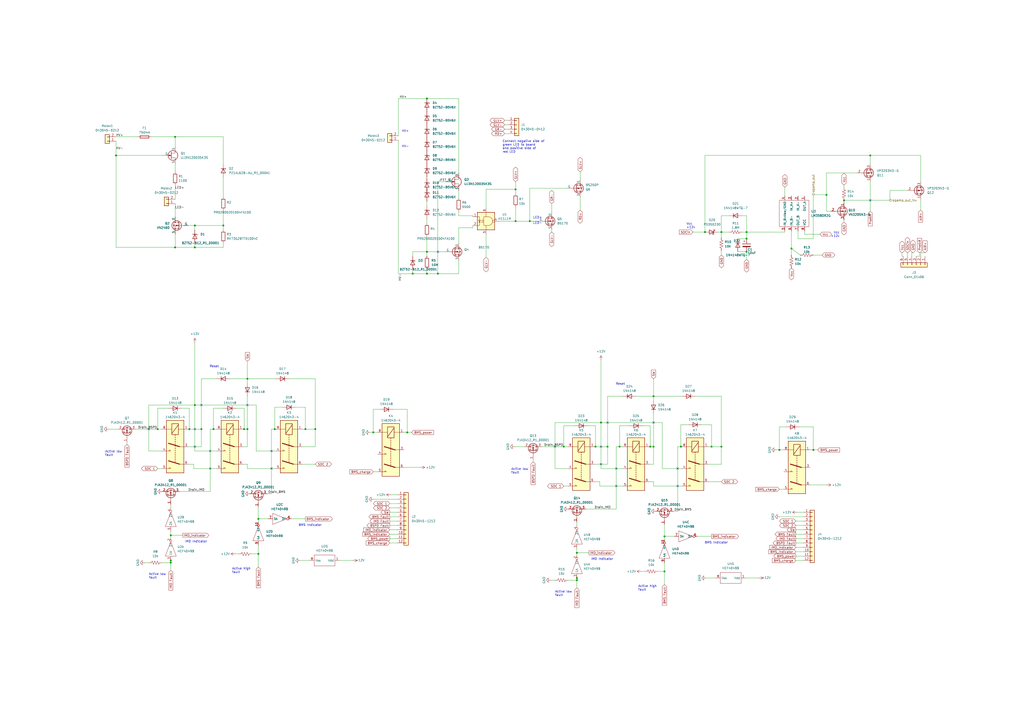
<source format=kicad_sch>
(kicad_sch (version 20231120) (generator "eeschema") (generator_version "8.0")
  (paper "A2")
  (junction (at 504.825 90.17))
  (junction (at 327.025 259.08))
  (junction (at 239.395 158.75))
  (junction (at 149.86 321.31))
  (junction (at 101.6 143.51))
  (junction (at 101.6 79.375))
  (junction (at 254 158.75))
  (junction (at 116.84 248.92))
  (junction (at 412.75 259.08))
  (junction (at 177.165 248.92))
  (junction (at 433.07 146.05))
  (junction (at 216.535 250.825))
  (junction (at 408.94 134.62))
  (junction (at 149.86 300.99))
  (junction (at 385.445 311.15))
  (junction (at 418.465 259.08))
  (junction (at 379.095 259.08))
  (junction (at 67.31 90.17))
  (junction (at 418.465 134.62))
  (junction (at 247.65 158.75))
  (junction (at 299.085 128.27))
  (junction (at 91.44 248.92))
  (junction (at 479.425 113.03))
  (junction (at 143.51 248.92))
  (junction (at 334.645 335.28))
  (junction (at 236.22 250.825))
  (junction (at 334.645 336.55))
  (junction (at 385.445 331.47))
  (junction (at 113.03 234.95))
  (junction (at 433.07 138.43))
  (junction (at 345.44 259.08))
  (junction (at 307.34 128.27))
  (junction (at 143.51 219.71))
  (junction (at 141.605 248.92))
  (junction (at 247.65 57.15))
  (junction (at 433.07 134.62))
  (junction (at 247.65 146.05))
  (junction (at 113.03 143.51))
  (junction (at 459.105 144.145))
  (junction (at 334.645 320.675))
  (junction (at 129.54 130.81))
  (junction (at 123.825 248.92))
  (junction (at 299.085 109.855))
  (junction (at 377.19 259.08))
  (junction (at 394.97 259.08))
  (junction (at 159.385 248.92))
  (junction (at 99.06 326.39))
  (junction (at 471.805 260.985))
  (junction (at 352.425 259.08))
  (junction (at 109.855 248.92))
  (junction (at 379.095 229.87))
  (junction (at 99.06 325.12))
  (junction (at 182.88 248.92))
  (junction (at 452.12 260.985))
  (junction (at 348.615 245.11))
  (junction (at 113.03 130.81))
  (junction (at 99.06 310.515))
  (junction (at 489.585 116.205))
  (junction (at 359.41 259.08))
  (no_connect (at 321.945 259.08))
  (no_connect (at 348.615 269.24))
  (no_connect (at 352.425 245.11))
  (no_connect (at 121.92 271.78))
  (no_connect (at 86.36 248.92))
  (no_connect (at 157.48 261.62))
  (no_connect (at 254 146.05))
  (no_connect (at 348.615 259.08))
  (no_connect (at 357.505 271.78))
  (no_connect (at 379.095 245.11))
  (no_connect (at 116.84 234.95))
  (no_connect (at 113.03 248.92))
  (no_connect (at 504.825 116.205))
  (no_connect (at 157.48 271.78))
  (no_connect (at 143.51 234.95))
  (no_connect (at 121.92 261.62))
  (no_connect (at 393.065 281.94))
  (no_connect (at 113.03 259.08))
  (no_connect (at 393.065 271.78))
  (no_connect (at 357.505 281.94))
  (wire (pts (xy 452.12 247.65) (xy 455.93 247.65)))
  (wire (pts (xy 379.095 229.87) (xy 379.095 232.41)))
  (wire (pts (xy 410.845 279.4) (xy 418.465 279.4)))
  (wire (pts (xy 394.97 246.38) (xy 394.97 259.08)))
  (wire (pts (xy 376.555 269.24) (xy 379.095 269.24)))
  (wire (pts (xy 159.385 236.22) (xy 159.385 248.92)))
  (wire (pts (xy 459.105 144.145) (xy 459.105 147.955)))
  (wire (pts (xy 226.06 314.96) (xy 230.505 314.96)))
  (wire (pts (xy 227.965 237.49) (xy 236.22 237.49)))
  (wire (pts (xy 333.375 247.015) (xy 327.025 247.015)))
  (wire (pts (xy 123.825 236.855) (xy 123.825 248.92)))
  (wire (pts (xy 101.6 143.51) (xy 113.03 143.51)))
  (wire (pts (xy 461.645 302.26) (xy 466.09 302.26)))
  (wire (pts (xy 157.48 248.92) (xy 159.385 248.92)))
  (wire (pts (xy 157.48 248.92) (xy 157.48 286.385)))
  (wire (pts (xy 418.465 125.095) (xy 418.465 134.62)))
  (wire (pts (xy 466.725 133.985) (xy 466.725 135.89)))
  (wire (pts (xy 334.645 302.895) (xy 334.645 304.8)))
  (wire (pts (xy 348.615 245.11) (xy 348.615 271.78)))
  (wire (pts (xy 121.92 285.115) (xy 104.14 285.115)))
  (wire (pts (xy 298.45 259.08) (xy 304.165 259.08)))
  (wire (pts (xy 327.025 281.94) (xy 329.565 281.94)))
  (wire (pts (xy 523.24 148.59) (xy 523.875 148.59)))
  (wire (pts (xy 254 158.75) (xy 266.065 158.75)))
  (wire (pts (xy 91.44 248.92) (xy 93.98 248.92)))
  (wire (pts (xy 149.86 300.99) (xy 155.575 300.99)))
  (wire (pts (xy 422.91 125.095) (xy 418.465 125.095)))
  (wire (pts (xy 274.32 130.81) (xy 274.32 132.08)))
  (wire (pts (xy 101.6 135.89) (xy 101.6 143.51)))
  (wire (pts (xy 226.695 287.02) (xy 230.505 287.02)))
  (wire (pts (xy 348.615 245.11) (xy 321.945 245.11)))
  (wire (pts (xy 266.065 125.095) (xy 266.065 122.555)))
  (wire (pts (xy 403.225 229.87) (xy 418.465 229.87)))
  (wire (pts (xy 239.395 146.05) (xy 247.65 146.05)))
  (wire (pts (xy 314.325 259.08) (xy 327.025 259.08)))
  (wire (pts (xy 226.06 307.34) (xy 230.505 307.34)))
  (wire (pts (xy 274.32 125.095) (xy 266.065 125.095)))
  (wire (pts (xy 239.395 158.75) (xy 247.65 158.75)))
  (wire (pts (xy 140.97 269.24) (xy 143.51 269.24)))
  (wire (pts (xy 116.84 219.71) (xy 116.84 248.92)))
  (wire (pts (xy 99.06 310.515) (xy 106.045 310.515)))
  (wire (pts (xy 489.585 116.205) (xy 516.255 116.205)))
  (wire (pts (xy 427.99 146.05) (xy 433.07 146.05)))
  (wire (pts (xy 177.165 248.92) (xy 175.26 248.92)))
  (wire (pts (xy 67.31 90.17) (xy 93.98 90.17)))
  (wire (pts (xy 461.645 307.34) (xy 466.09 307.34)))
  (wire (pts (xy 129.54 130.81) (xy 129.54 121.92)))
  (wire (pts (xy 461.645 317.5) (xy 466.09 317.5)))
  (wire (pts (xy 67.31 143.51) (xy 67.31 90.17)))
  (wire (pts (xy 231.14 57.15) (xy 231.14 78.74)))
  (wire (pts (xy 379.095 229.87) (xy 368.935 229.87)))
  (wire (pts (xy 471.805 113.03) (xy 479.425 113.03)))
  (wire (pts (xy 149.86 316.23) (xy 149.86 321.31)))
  (wire (pts (xy 452.12 260.985) (xy 454.66 260.985)))
  (wire (pts (xy 113.03 234.95) (xy 86.36 234.95)))
  (wire (pts (xy 385.445 304.165) (xy 385.445 311.15)))
  (wire (pts (xy 347.98 281.94) (xy 361.315 281.94)))
  (wire (pts (xy 461.645 320.04) (xy 466.09 320.04)))
  (wire (pts (xy 247.65 116.84) (xy 247.65 119.38)))
  (wire (pts (xy 340.995 247.015) (xy 345.44 247.015)))
  (wire (pts (xy 504.825 90.17) (xy 534.035 90.17)))
  (wire (pts (xy 329.565 336.55) (xy 334.645 336.55)))
  (wire (pts (xy 454.66 283.845) (xy 452.12 283.845)))
  (wire (pts (xy 408.94 90.17) (xy 408.94 134.62)))
  (wire (pts (xy 379.095 219.71) (xy 379.095 229.87)))
  (wire (pts (xy 336.55 114.3) (xy 336.55 121.92)))
  (wire (pts (xy 236.22 250.825) (xy 238.76 250.825)))
  (wire (pts (xy 254 105.41) (xy 258.445 105.41)))
  (wire (pts (xy 143.51 209.55) (xy 143.51 219.71)))
  (wire (pts (xy 528.955 148.59) (xy 528.955 146.685)))
  (wire (pts (xy 328.93 109.22) (xy 307.34 109.22)))
  (wire (pts (xy 146.05 321.31) (xy 149.86 321.31)))
  (wire (pts (xy 393.065 259.08) (xy 394.97 259.08)))
  (wire (pts (xy 101.6 95.25) (xy 101.6 99.695)))
  (wire (pts (xy 299.085 128.27) (xy 299.085 120.015)))
  (wire (pts (xy 93.98 326.39) (xy 99.06 326.39)))
  (wire (pts (xy 129.54 79.375) (xy 101.6 79.375)))
  (wire (pts (xy 121.92 248.92) (xy 121.92 285.115)))
  (wire (pts (xy 73.66 256.54) (xy 73.66 257.81)))
  (wire (pts (xy 143.51 229.87) (xy 143.51 248.92)))
  (wire (pts (xy 461.645 322.58) (xy 466.09 322.58)))
  (wire (pts (xy 177.165 236.22) (xy 177.165 248.92)))
  (wire (pts (xy 143.51 219.71) (xy 143.51 222.25)))
  (wire (pts (xy 234.315 250.825) (xy 236.22 250.825)))
  (wire (pts (xy 109.22 130.81) (xy 113.03 130.81)))
  (wire (pts (xy 214.63 250.825) (xy 216.535 250.825)))
  (wire (pts (xy 239.395 158.75) (xy 239.395 156.21)))
  (wire (pts (xy 226.06 312.42) (xy 230.505 312.42)))
  (wire (pts (xy 418.465 134.62) (xy 418.465 137.795)))
  (wire (pts (xy 533.4 146.685) (xy 533.4 148.59)))
  (wire (pts (xy 143.51 219.71) (xy 133.35 219.71)))
  (wire (pts (xy 83.82 326.39) (xy 86.36 326.39)))
  (wire (pts (xy 143.51 269.24) (xy 143.51 271.78)))
  (wire (pts (xy 292.735 74.93) (xy 294.64 74.93)))
  (wire (pts (xy 348.615 208.915) (xy 348.615 245.11)))
  (wire (pts (xy 379.095 269.24) (xy 379.095 259.08)))
  (wire (pts (xy 379.095 279.4) (xy 379.095 281.94)))
  (wire (pts (xy 321.945 245.11) (xy 321.945 271.78)))
  (wire (pts (xy 418.465 229.87) (xy 418.465 259.08)))
  (wire (pts (xy 129.54 102.87) (xy 129.54 114.3)))
  (wire (pts (xy 516.255 110.49) (xy 526.415 110.49)))
  (wire (pts (xy 216.535 237.49) (xy 220.345 237.49)))
  (wire (pts (xy 299.085 109.855) (xy 299.085 112.395)))
  (wire (pts (xy 109.855 236.855) (xy 109.855 248.92)))
  (wire (pts (xy 384.175 271.78) (xy 395.605 271.78)))
  (wire (pts (xy 266.065 57.15) (xy 266.065 100.33)))
  (wire (pts (xy 412.75 246.38) (xy 412.75 259.08)))
  (wire (pts (xy 433.07 134.62) (xy 455.295 134.62)))
  (wire (pts (xy 372.745 247.015) (xy 377.19 247.015)))
  (wire (pts (xy 266.065 110.49) (xy 266.065 114.935)))
  (wire (pts (xy 143.51 248.92) (xy 141.605 248.92)))
  (wire (pts (xy 113.03 130.81) (xy 113.03 133.35)))
  (wire (pts (xy 226.06 302.26) (xy 230.505 302.26)))
  (wire (pts (xy 113.03 234.95) (xy 113.03 261.62)))
  (wire (pts (xy 385.445 331.47) (xy 385.445 339.09)))
  (wire (pts (xy 274.32 125.095) (xy 274.32 125.73)))
  (wire (pts (xy 381.635 331.47) (xy 385.445 331.47)))
  (wire (pts (xy 479.425 100.33) (xy 497.205 100.33)))
  (wire (pts (xy 91.44 271.78) (xy 93.98 271.78)))
  (wire (pts (xy 247.65 57.15) (xy 266.065 57.15)))
  (wire (pts (xy 462.915 133.985) (xy 462.915 138.43)))
  (wire (pts (xy 452.12 247.65) (xy 452.12 260.985)))
  (wire (pts (xy 254 105.41) (xy 254 158.75)))
  (wire (pts (xy 463.55 247.65) (xy 471.805 247.65)))
  (wire (pts (xy 236.22 237.49) (xy 236.22 250.825)))
  (wire (pts (xy 344.805 269.24) (xy 352.425 269.24)))
  (wire (pts (xy 418.465 259.08) (xy 412.75 259.08)))
  (wire (pts (xy 67.31 79.375) (xy 80.01 79.375)))
  (wire (pts (xy 433.07 125.095) (xy 430.53 125.095)))
  (wire (pts (xy 385.445 311.15) (xy 391.16 311.15)))
  (wire (pts (xy 359.41 259.08) (xy 361.315 259.08)))
  (wire (pts (xy 377.19 247.015) (xy 377.19 259.08)))
  (wire (pts (xy 377.19 259.08) (xy 376.555 259.08)))
  (wire (pts (xy 534.035 146.685) (xy 536.575 146.685)))
  (wire (pts (xy 226.06 309.88) (xy 230.505 309.88)))
  (wire (pts (xy 489.585 127.635) (xy 489.585 128.905)))
  (wire (pts (xy 149.86 321.31) (xy 149.86 328.93)))
  (wire (pts (xy 141.605 236.855) (xy 141.605 248.92)))
  (wire (pts (xy 121.92 248.92) (xy 123.825 248.92)))
  (wire (pts (xy 384.175 245.11) (xy 384.175 271.78)))
  (wire (pts (xy 67.31 90.17) (xy 67.31 81.915)))
  (wire (pts (xy 163.83 236.22) (xy 159.385 236.22)))
  (wire (pts (xy 461.645 325.12) (xy 466.09 325.12)))
  (wire (pts (xy 376.555 279.4) (xy 379.095 279.4)))
  (wire (pts (xy 461.645 314.96) (xy 466.09 314.96)))
  (wire (pts (xy 109.855 248.92) (xy 109.22 248.92)))
  (wire (pts (xy 247.65 146.05) (xy 258.445 146.05)))
  (wire (pts (xy 141.605 248.92) (xy 140.97 248.92)))
  (wire (pts (xy 393.065 259.08) (xy 393.065 296.545)))
  (wire (pts (xy 469.9 281.305) (xy 479.425 281.305)))
  (wire (pts (xy 526.415 146.685) (xy 526.415 148.59)))
  (wire (pts (xy 412.75 259.08) (xy 410.845 259.08)))
  (wire (pts (xy 87.63 79.375) (xy 101.6 79.375)))
  (wire (pts (xy 219.075 273.685) (xy 216.535 273.685)))
  (wire (pts (xy 348.615 271.78) (xy 361.315 271.78)))
  (wire (pts (xy 534.035 90.17) (xy 534.035 105.41)))
  (wire (pts (xy 175.26 269.24) (xy 182.88 269.24)))
  (wire (pts (xy 469.9 260.985) (xy 471.805 260.985)))
  (wire (pts (xy 196.85 325.12) (xy 204.47 325.12)))
  (wire (pts (xy 149.86 294.005) (xy 149.86 300.99)))
  (wire (pts (xy 385.445 326.39) (xy 385.445 331.47)))
  (wire (pts (xy 379.095 259.08) (xy 377.19 259.08)))
  (wire (pts (xy 113.03 130.81) (xy 129.54 130.81)))
  (wire (pts (xy 167.64 219.71) (xy 182.88 219.71)))
  (wire (pts (xy 320.04 133.35) (xy 320.04 134.62)))
  (wire (pts (xy 281.94 109.855) (xy 299.085 109.855)))
  (wire (pts (xy 247.65 109.22) (xy 247.65 111.125)))
  (wire (pts (xy 336.55 99.695) (xy 336.55 104.14)))
  (wire (pts (xy 299.085 128.27) (xy 307.34 128.27)))
  (wire (pts (xy 334.645 335.28) (xy 334.645 336.55)))
  (wire (pts (xy 234.315 271.145) (xy 243.84 271.145)))
  (wire (pts (xy 125.73 219.71) (xy 116.84 219.71)))
  (wire (pts (xy 410.845 269.24) (xy 418.465 269.24)))
  (wire (pts (xy 379.095 240.03) (xy 379.095 259.08)))
  (wire (pts (xy 450.215 260.985) (xy 452.12 260.985)))
  (wire (pts (xy 226.06 304.8) (xy 230.505 304.8)))
  (wire (pts (xy 407.035 246.38) (xy 412.75 246.38)))
  (wire (pts (xy 385.445 311.15) (xy 385.445 313.055)))
  (wire (pts (xy 112.395 269.24) (xy 109.22 269.24)))
  (wire (pts (xy 182.88 219.71) (xy 182.88 248.92)))
  (wire (pts (xy 289.56 128.27) (xy 299.085 128.27)))
  (wire (pts (xy 247.65 127) (xy 247.65 129.54)))
  (wire (pts (xy 479.425 113.03) (xy 479.425 122.555)))
  (wire (pts (xy 459.105 144.145) (xy 464.185 147.955)))
  (wire (pts (xy 239.395 146.05) (xy 239.395 148.59)))
  (wire (pts (xy 99.06 326.39) (xy 99.06 330.835)))
  (wire (pts (xy 534.035 115.57) (xy 534.035 121.92)))
  (wire (pts (xy 345.44 259.08) (xy 344.805 259.08)))
  (wire (pts (xy 357.505 259.08) (xy 359.41 259.08)))
  (wire (pts (xy 143.51 271.78) (xy 160.02 271.78)))
  (wire (pts (xy 113.03 143.51) (xy 113.03 140.97)))
  (wire (pts (xy 175.26 259.08) (xy 182.88 259.08)))
  (wire (pts (xy 347.98 279.4) (xy 344.805 279.4)))
  (wire (pts (xy 528.955 146.685) (xy 529.59 146.685)))
  (wire (pts (xy 430.53 134.62) (xy 433.07 134.62)))
  (wire (pts (xy 168.91 300.99) (xy 177.165 300.99)))
  (wire (pts (xy 292.735 77.47) (xy 294.64 77.47)))
  (wire (pts (xy 327.025 259.08) (xy 329.565 259.08)))
  (wire (pts (xy 266.065 132.08) (xy 266.065 140.97)))
  (wire (pts (xy 471.805 147.955) (xy 476.885 147.955)))
  (wire (pts (xy 352.425 269.24) (xy 352.425 259.08)))
  (wire (pts (xy 352.425 259.08) (xy 345.44 259.08)))
  (wire (pts (xy 274.32 132.08) (xy 266.065 132.08)))
  (wire (pts (xy 334.645 320.675) (xy 341.63 320.675)))
  (wire (pts (xy 408.94 90.17) (xy 504.825 90.17)))
  (wire (pts (xy 86.36 234.95) (xy 86.36 261.62)))
  (wire (pts (xy 299.085 105.41) (xy 299.085 109.855)))
  (wire (pts (xy 416.56 134.62) (xy 418.465 134.62)))
  (wire (pts (xy 352.425 229.87) (xy 352.425 259.08)))
  (wire (pts (xy 182.88 248.92) (xy 177.165 248.92)))
  (wire (pts (xy 231.14 57.15) (xy 247.65 57.15)))
  (wire (pts (xy 129.54 143.51) (xy 129.54 140.97)))
  (wire (pts (xy 309.245 266.7) (xy 309.245 267.97)))
  (wire (pts (xy 148.59 234.95) (xy 148.59 261.62)))
  (wire (pts (xy 247.65 103.505) (xy 247.65 102.87)))
  (wire (pts (xy 459.105 133.985) (xy 459.105 144.145)))
  (wire (pts (xy 433.07 146.05) (xy 433.07 150.495)))
  (wire (pts (xy 216.535 250.825) (xy 219.075 250.825)))
  (wire (pts (xy 372.11 331.47) (xy 374.015 331.47)))
  (wire (pts (xy 461.645 304.8) (xy 466.09 304.8)))
  (wire (pts (xy 116.84 259.08) (xy 116.84 248.92)))
  (wire (pts (xy 334.645 336.55) (xy 334.645 340.995)))
  (wire (pts (xy 123.825 248.92) (xy 125.73 248.92)))
  (wire (pts (xy 247.65 146.05) (xy 247.65 137.16)))
  (wire (pts (xy 113.03 261.62) (xy 125.73 261.62)))
  (wire (pts (xy 523.24 146.685) (xy 523.24 148.59)))
  (wire (pts (xy 479.425 122.555) (xy 481.965 122.555)))
  (wire (pts (xy 226.06 299.72) (xy 230.505 299.72)))
  (wire (pts (xy 99.06 310.515) (xy 99.06 311.785)))
  (wire (pts (xy 143.51 219.71) (xy 160.02 219.71)))
  (wire (pts (xy 455.295 113.665) (xy 455.295 108.585)))
  (wire (pts (xy 99.06 292.735) (xy 99.06 294.64)))
  (wire (pts (xy 462.915 138.43) (xy 471.805 138.43)))
  (wire (pts (xy 157.48 286.385) (xy 154.94 286.385)))
  (wire (pts (xy 143.51 259.08) (xy 143.51 248.92)))
  (wire (pts (xy 136.525 321.31) (xy 138.43 321.31)))
  (wire (pts (xy 462.28 297.18) (xy 466.09 297.18)))
  (wire (pts (xy 113.03 143.51) (xy 129.54 143.51)))
  (wire (pts (xy 116.84 248.92) (xy 109.855 248.92)))
  (wire (pts (xy 394.97 259.08) (xy 395.605 259.08)))
  (wire (pts (xy 334.645 334.645) (xy 334.645 335.28)))
  (wire (pts (xy 379.095 281.94) (xy 395.605 281.94)))
  (wire (pts (xy 101.6 107.315) (xy 101.6 115.57)))
  (wire (pts (xy 357.505 295.275) (xy 339.725 295.275)))
  (wire (pts (xy 516.255 110.49) (xy 516.255 116.205)))
  (wire (pts (xy 182.88 259.08) (xy 182.88 248.92)))
  (wire (pts (xy 399.415 246.38) (xy 394.97 246.38)))
  (wire (pts (xy 113.03 198.755) (xy 113.03 234.95)))
  (wire (pts (xy 101.6 118.11) (xy 101.6 125.73)))
  (wire (pts (xy 105.41 236.855) (xy 109.855 236.855)))
  (wire (pts (xy 149.86 300.99) (xy 149.86 302.895)))
  (wire (pts (xy 226.06 294.64) (xy 230.505 294.64)))
  (wire (pts (xy 347.98 279.4) (xy 347.98 281.94)))
  (wire (pts (xy 226.06 297.18) (xy 230.505 297.18)))
  (wire (pts (xy 129.54 130.81) (xy 129.54 133.35)))
  (wire (pts (xy 418.465 145.415) (xy 418.465 147.955)))
  (wire (pts (xy 433.07 138.43) (xy 433.07 134.62)))
  (wire (pts (xy 292.735 69.85) (xy 294.64 69.85)))
  (wire (pts (xy 247.65 146.05) (xy 247.65 148.59)))
  (wire (pts (xy 489.585 116.205) (xy 489.585 117.475)))
  (wire (pts (xy 334.645 318.135) (xy 334.645 320.675)))
  (wire (pts (xy 231.14 81.28) (xy 231.14 158.75)))
  (wire (pts (xy 471.805 138.43) (xy 471.805 113.03)))
  (wire (pts (xy 504.825 90.17) (xy 504.825 95.25)))
  (wire (pts (xy 159.385 248.92) (xy 160.02 248.92)))
  (wire (pts (xy 99.06 324.485) (xy 99.06 325.12)))
  (wire (pts (xy 334.645 320.675) (xy 334.645 321.945)))
  (wire (pts (xy 86.36 261.62) (xy 93.98 261.62)))
  (wire (pts (xy 129.54 95.25) (xy 129.54 79.375)))
  (wire (pts (xy 226.06 292.1) (xy 230.505 292.1)))
  (wire (pts (xy 321.945 271.78) (xy 329.565 271.78)))
  (wire (pts (xy 404.495 311.15) (xy 412.75 311.15)))
  (wire (pts (xy 140.97 259.08) (xy 143.51 259.08)))
  (wire (pts (xy 418.465 134.62) (xy 422.91 134.62)))
  (wire (pts (xy 292.735 72.39) (xy 294.64 72.39)))
  (wire (pts (xy 62.865 248.92) (xy 68.58 248.92)))
  (wire (pts (xy 531.495 148.59) (xy 533.4 148.59)))
  (wire (pts (xy 427.99 138.43) (xy 433.07 138.43)))
  (wire (pts (xy 148.59 261.62) (xy 160.02 261.62)))
  (wire (pts (xy 99.06 325.12) (xy 99.06 326.39)))
  (wire (pts (xy 112.395 269.24) (xy 112.395 271.78)))
  (wire (pts (xy 307.34 109.22) (xy 307.34 128.27)))
  (wire (pts (xy 231.14 158.75) (xy 239.395 158.75)))
  (wire (pts (xy 433.07 125.095) (xy 433.07 134.62)))
  (wire (pts (xy 471.805 247.65) (xy 471.805 260.985)))
  (wire (pts (xy 504.825 105.41) (xy 504.825 122.555)))
  (wire (pts (xy 345.44 247.015) (xy 345.44 259.08)))
  (wire (pts (xy 320.04 118.11) (xy 320.04 123.19)))
  (wire (pts (xy 348.615 245.11) (xy 384.175 245.11)))
  (wire (pts (xy 418.465 269.24) (xy 418.465 259.08)))
  (wire (pts (xy 173.99 325.12) (xy 179.705 325.12)))
  (wire (pts (xy 247.65 158.75) (xy 254 158.75)))
  (wire (pts (xy 113.03 234.95) (xy 148.59 234.95)))
  (wire (pts (xy 359.41 247.015) (xy 359.41 259.08)))
  (wire (pts (xy 101.6 79.375) (xy 101.6 85.09)))
  (wire (pts (xy 432.435 335.28) (xy 440.055 335.28)))
  (wire (pts (xy 361.315 229.87) (xy 352.425 229.87)))
  (wire (pts (xy 97.79 236.855) (xy 91.44 236.855)))
  (wire (pts (xy 129.54 236.855) (xy 123.825 236.855)))
  (wire (pts (xy 281.94 135.89) (xy 281.94 149.225)))
  (wire (pts (xy 112.395 271.78) (xy 125.73 271.78)))
  (wire (pts (xy 466.725 135.89) (xy 475.615 135.89)))
  (wire (pts (xy 455.295 134.62) (xy 455.295 133.985)))
  (wire (pts (xy 101.6 143.51) (xy 67.31 143.51)))
  (wire (pts (xy 489.585 107.315) (xy 489.585 108.585)))
  (wire (pts (xy 78.74 248.92) (xy 91.44 248.92)))
  (wire (pts (xy 365.125 247.015) (xy 359.41 247.015)))
  (wire (pts (xy 461.645 312.42) (xy 466.09 312.42)))
  (wire (pts (xy 379.095 229.87) (xy 395.605 229.87)))
  (wire (pts (xy 393.065 296.545) (xy 390.525 296.545)))
  (wire (pts (xy 216.535 237.49) (xy 216.535 250.825)))
  (wire (pts (xy 247.65 158.75) (xy 247.65 156.21)))
  (wire (pts (xy 471.805 260.985) (xy 474.345 260.985)))
  (wire (pts (xy 216.535 289.56) (xy 230.505 289.56)))
  (wire (pts (xy 171.45 236.22) (xy 177.165 236.22)))
  (wire (pts (xy 452.12 299.72) (xy 466.09 299.72)))
  (wire (pts (xy 479.425 100.33) (xy 479.425 113.03)))
  (wire (pts (xy 461.645 309.88) (xy 466.09 309.88)))
  (wire (pts (xy 327.025 247.015) (xy 327.025 259.08)))
  (wire (pts (xy 319.405 336.55) (xy 321.945 336.55)))
  (wire (pts (xy 307.34 128.27) (xy 312.42 128.27)))
  (wire (pts (xy 137.16 236.855) (xy 141.605 236.855)))
  (wire (pts (xy 534.035 148.59) (xy 534.035 146.685)))
  (wire (pts (xy 357.505 259.08) (xy 357.505 295.275)))
  (wire (pts (xy 91.44 236.855) (xy 91.44 248.92)))
  (wire (pts (xy 281.94 120.65) (xy 281.94 109.855)))
  (wire (pts (xy 99.06 307.975) (xy 99.06 310.515)))
  (wire (pts (xy 109.22 259.08) (xy 116.84 259.08)))
  (wire (pts (xy 409.575 335.28) (xy 415.29 335.28)))
  (wire (pts (xy 401.955 134.62) (xy 408.94 134.62)))
  (wire (pts (xy 266.065 151.13) (xy 266.065 158.75)))
  (text "Active low \nfault" (at 60.96 264.795 0) (effects (font (size 1.27 1.27)) (justify left bottom)))
  (text "Active low \nfault" (at 296.545 274.955 0) (effects (font (size 1.27 1.27)) (justify left bottom)))
  (text "Connect negative side of\ngreen LED to board\nand positive side of \nred LED" (at 291.465 88.9 0) (effects (font (size 1.27 1.27)) (justify left bottom)))
  (text "HV-" (at 233.045 85.725 0) (effects (font (size 1.27 1.27)) (justify left bottom)))
  (text "LED-" (at 309.245 130.175 0) (effects (font (size 1.27 1.27)) (justify left bottom)))
  (text "Vcc\n+12v\n" (at 398.145 132.715 0) (effects (font (size 1.27 1.27)) (justify left bottom)))
  (text "Active high\nfault\n" (at 134.62 332.74 0) (effects (font (size 1.27 1.27)) (justify left bottom)))
  (text "Active low\nfault" (at 321.945 346.075 0) (effects (font (size 1.27 1.27)) (justify left bottom)))
  (text "Vcc\n+12v\n" (at 487.045 137.795 0) (effects (font (size 1.27 1.27)) (justify right bottom)))
  (text "Reset\n" (at 362.585 223.52 0) (effects (font (size 1.27 1.27)) (justify right bottom)))
  (text "LED+" (at 309.245 127 0) (effects (font (size 1.27 1.27)) (justify left bottom)))
  (text "HV+" (at 233.045 76.835 0) (effects (font (size 1.27 1.27)) (justify left bottom)))
  (text "IMD Indicator" (at 355.727 325.12 0) (effects (font (size 1.27 1.27)) (justify right bottom)))
  (text "Active high\nfault\n" (at 370.205 342.9 0) (effects (font (size 1.27 1.27)) (justify left bottom)))
  (text "BMS Indicator" (at 186.69 305.435 0) (effects (font (size 1.27 1.27)) (justify right bottom)))
  (text "Active low\nfault" (at 86.36 335.915 0) (effects (font (size 1.27 1.27)) (justify left bottom)))
  (text "Reset\n" (at 127 213.36 0) (effects (font (size 1.27 1.27)) (justify right bottom)))
  (text "BMS Indicator" (at 422.275 315.595 0) (effects (font (size 1.27 1.27)) (justify right bottom)))
  (text "IMD Indicator" (at 120.142 314.96 0) (effects (font (size 1.27 1.27)) (justify right bottom)))
  (label "Drain_BSPD" (at 315.595 259.08 0))
  (label "Drain_BMS" (at 155.575 286.385 0))
  (label "HV+" (at 231.775 57.15 0))
  (label "HV-" (at 67.31 86.995 0))
  (label "LED-" (at 101.6 121.285 0))
  (label "Drain_BMS" (at 391.16 296.545 0))
  (label "Drain_IMD" (at 344.805 295.275 0))
  (label "JFET_G" (at 254.635 105.41 0))
  (label "HV-" (at 233.045 158.75 270))
  (label "HV+" (at 67.31 79.375 0))
  (label "Drain_BSPD" (at 80.01 248.92 0))
  (label "Drain_IMD" (at 109.22 285.115 0))
  (label "LED+" (at 101.6 109.855 0))
  (global_label "BSPD Fault" (shape input) (at 73.66 257.81 270) (property "Intersheetrefs" "${INTERSHEET_REFS}" (effects (hide yes))))
  (global_label "GR-" (shape bidirectional) (at 292.735 74.93 180) (property "Intersheetrefs" "${INTERSHEET_REFS}" (effects (hide yes))))
  (global_label "RD+" (shape bidirectional) (at 292.735 77.47 180) (property "Intersheetrefs" "${INTERSHEET_REFS}" (effects (hide yes))))
  (global_label "BMS Fault" (shape input) (at 149.86 328.93 270) (property "Intersheetrefs" "${INTERSHEET_REFS}" (effects (hide yes))))
  (global_label "BSPD Fault" (shape output) (at 461.645 314.96 180) (property "Intersheetrefs" "${INTERSHEET_REFS}" (effects (hide yes))))
  (global_label "SW" (shape input) (at 143.51 209.55 90) (property "Intersheetrefs" "${INTERSHEET_REFS}" (effects (hide yes))))
  (global_label "SDCin" (shape bidirectional) (at 526.415 146.685 90) (property "Intersheetrefs" "${INTERSHEET_REFS}" (effects (hide yes))))
  (global_label "BMS_charge" (shape input) (at 461.645 325.12 180) (property "Intersheetrefs" "${INTERSHEET_REFS}" (effects (hide yes))))
  (global_label "IMD Fault" (shape input) (at 99.06 330.835 270) (property "Intersheetrefs" "${INTERSHEET_REFS}" (effects (hide yes))))
  (global_label "SDC 2" (shape bidirectional) (at 182.88 269.24 0) (property "Intersheetrefs" "${INTERSHEET_REFS}" (effects (hide yes))))
  (global_label "GND" (shape bidirectional) (at 476.885 147.955 0) (property "Intersheetrefs" "${INTERSHEET_REFS}" (effects (hide yes))))
  (global_label "GLV+" (shape bidirectional) (at 336.55 99.695 90) (property "Intersheetrefs" "${INTERSHEET_REFS}" (effects (hide yes))))
  (global_label "SDC 2" (shape bidirectional) (at 418.465 279.4 0) (property "Intersheetrefs" "${INTERSHEET_REFS}" (effects (hide yes))))
  (global_label "Vcc" (shape bidirectional) (at 523.24 146.685 90) (property "Intersheetrefs" "${INTERSHEET_REFS}" (effects (hide yes))))
  (global_label "BMS Fault" (shape output) (at 226.06 299.72 180) (property "Intersheetrefs" "${INTERSHEET_REFS}" (effects (hide yes))))
  (global_label "Vcc" (shape bidirectional) (at 489.585 107.315 90) (property "Intersheetrefs" "${INTERSHEET_REFS}" (effects (hide yes))))
  (global_label "GND" (shape bidirectional) (at 455.295 108.585 90) (property "Intersheetrefs" "${INTERSHEET_REFS}" (effects (hide yes))))
  (global_label "GLV-" (shape bidirectional) (at 320.04 134.62 270) (property "Intersheetrefs" "${INTERSHEET_REFS}" (effects (hide yes))))
  (global_label "IMD Fault" (shape output) (at 461.645 312.42 180) (property "Intersheetrefs" "${INTERSHEET_REFS}" (effects (hide yes))))
  (global_label "GLV+" (shape bidirectional) (at 292.735 69.85 180) (property "Intersheetrefs" "${INTERSHEET_REFS}" (effects (hide yes))))
  (global_label "GR-" (shape bidirectional) (at 320.04 118.11 90) (property "Intersheetrefs" "${INTERSHEET_REFS}" (effects (hide yes))))
  (global_label "GLV-" (shape bidirectional) (at 281.94 149.225 270) (property "Intersheetrefs" "${INTERSHEET_REFS}" (effects (hide yes))))
  (global_label "SDC 2" (shape bidirectional) (at 226.06 294.64 180) (property "Intersheetrefs" "${INTERSHEET_REFS}" (effects (hide yes))))
  (global_label "Vcc" (shape bidirectional) (at 459.105 155.575 270) (property "Intersheetrefs" "${INTERSHEET_REFS}" (effects (hide yes))))
  (global_label "GND" (shape bidirectional) (at 529.59 146.685 90) (property "Intersheetrefs" "${INTERSHEET_REFS}" (effects (hide yes))))
  (global_label "SW" (shape output) (at 461.645 307.34 180) (property "Intersheetrefs" "${INTERSHEET_REFS}" (effects (hide yes))))
  (global_label "GLV+" (shape bidirectional) (at 299.085 105.41 90) (property "Intersheetrefs" "${INTERSHEET_REFS}" (effects (hide yes))))
  (global_label "GND" (shape bidirectional) (at 418.465 147.955 270) (property "Intersheetrefs" "${INTERSHEET_REFS}" (effects (hide yes))))
  (global_label "IMD_indicator" (shape output) (at 106.045 310.515 0) (property "Intersheetrefs" "${INTERSHEET_REFS}" (effects (hide yes))))
  (global_label "IMD Fault" (shape output) (at 226.06 302.26 180) (property "Intersheetrefs" "${INTERSHEET_REFS}" (effects (hide yes))))
  (global_label "BMS Fault" (shape output) (at 461.645 309.88 180) (property "Intersheetrefs" "${INTERSHEET_REFS}" (effects (hide yes))))
  (global_label "SDC 1" (shape bidirectional) (at 327.025 281.94 180) (property "Intersheetrefs" "${INTERSHEET_REFS}" (effects (hide yes))))
  (global_label "AIR+" (shape input) (at 534.035 121.92 270) (property "Intersheetrefs" "${INTERSHEET_REFS}" (effects (hide yes))))
  (global_label "BMS_power" (shape output) (at 461.645 322.58 180) (property "Intersheetrefs" "${INTERSHEET_REFS}" (effects (hide yes))))
  (global_label "BMS_indicator" (shape output) (at 412.75 311.15 0) (property "Intersheetrefs" "${INTERSHEET_REFS}" (effects (hide yes))))
  (global_label "IMD Fault" (shape input) (at 334.645 340.995 270) (property "Intersheetrefs" "${INTERSHEET_REFS}" (effects (hide yes))))
  (global_label "SDC 1" (shape bidirectional) (at 91.44 271.78 180) (property "Intersheetrefs" "${INTERSHEET_REFS}" (effects (hide yes))))
  (global_label "BMS_charge" (shape input) (at 216.535 273.685 180) (property "Intersheetrefs" "${INTERSHEET_REFS}" (effects (hide yes))))
  (global_label "GND" (shape bidirectional) (at 433.07 150.495 270) (property "Intersheetrefs" "${INTERSHEET_REFS}" (effects (hide yes))))
  (global_label "PreAIR" (shape input) (at 533.4 146.685 90) (property "Intersheetrefs" "${INTERSHEET_REFS}" (effects (hide yes))))
  (global_label "IMD_indicator" (shape output) (at 341.63 320.675 0) (property "Intersheetrefs" "${INTERSHEET_REFS}" (effects (hide yes))))
  (global_label "GND" (shape bidirectional) (at 489.585 128.905 270) (property "Intersheetrefs" "${INTERSHEET_REFS}" (effects (hide yes))))
  (global_label "BSPD Fault" (shape output) (at 226.06 304.8 180) (property "Intersheetrefs" "${INTERSHEET_REFS}" (effects (hide yes))))
  (global_label "SDCin" (shape input) (at 401.955 134.62 180) (property "Intersheetrefs" "${INTERSHEET_REFS}" (effects (hide yes))))
  (global_label "SDC 1" (shape bidirectional) (at 461.645 302.26 180) (property "Intersheetrefs" "${INTERSHEET_REFS}" (effects (hide yes))))
  (global_label "BMS_indicator" (shape input) (at 461.645 320.04 180) (property "Intersheetrefs" "${INTERSHEET_REFS}" (effects (hide yes))))
  (global_label "BMS_power" (shape output) (at 226.06 312.42 180) (property "Intersheetrefs" "${INTERSHEET_REFS}" (effects (hide yes))))
  (global_label "SW" (shape output) (at 226.06 297.18 180) (property "Intersheetrefs" "${INTERSHEET_REFS}" (effects (hide yes))))
  (global_label "BMS_power" (shape input) (at 474.345 260.985 0) (property "Intersheetrefs" "${INTERSHEET_REFS}" (effects (hide yes))))
  (global_label "SDC 1" (shape bidirectional) (at 226.06 292.1 180) (property "Intersheetrefs" "${INTERSHEET_REFS}" (effects (hide yes))))
  (global_label "BSPD Fault" (shape input) (at 309.245 267.97 270) (property "Intersheetrefs" "${INTERSHEET_REFS}" (effects (hide yes))))
  (global_label "BMS Fault" (shape input) (at 385.445 339.09 270) (property "Intersheetrefs" "${INTERSHEET_REFS}" (effects (hide yes))))
  (global_label "RD+" (shape bidirectional) (at 336.55 121.92 270) (property "Intersheetrefs" "${INTERSHEET_REFS}" (effects (hide yes))))
  (global_label "SW" (shape input) (at 379.095 219.71 90) (property "Intersheetrefs" "${INTERSHEET_REFS}" (effects (hide yes))))
  (global_label "AIR+" (shape input) (at 536.575 146.685 90) (property "Intersheetrefs" "${INTERSHEET_REFS}" (effects (hide yes))))
  (global_label "BMS_charge" (shape input) (at 452.12 283.845 180) (property "Intersheetrefs" "${INTERSHEET_REFS}" (effects (hide yes))))
  (global_label "GLV-" (shape bidirectional) (at 292.735 72.39 180) (property "Intersheetrefs" "${INTERSHEET_REFS}" (effects (hide yes))))
  (global_label "BMS_power" (shape input) (at 238.76 250.825 0) (property "Intersheetrefs" "${INTERSHEET_REFS}" (effects (hide yes))))
  (global_label "Vcc" (shape bidirectional) (at 475.615 135.89 0) (property "Intersheetrefs" "${INTERSHEET_REFS}" (effects (hide yes))))
  (global_label "BMS_charge" (shape input) (at 226.06 314.96 180) (property "Intersheetrefs" "${INTERSHEET_REFS}" (effects (hide yes))))
  (global_label "BMS_indicator" (shape input) (at 226.06 309.88 180) (property "Intersheetrefs" "${INTERSHEET_REFS}" (effects (hide yes))))
  (global_label "IMD_indicator" (shape input) (at 226.06 307.34 180) (property "Intersheetrefs" "${INTERSHEET_REFS}" (effects (hide yes))))
  (global_label "BMS_indicator" (shape output) (at 177.165 300.99 0) (property "Intersheetrefs" "${INTERSHEET_REFS}" (effects (hide yes))))
  (global_label "SDC 2" (shape bidirectional) (at 461.645 304.8 180) (property "Intersheetrefs" "${INTERSHEET_REFS}" (effects (hide yes))))
  (global_label "IMD_indicator" (shape input) (at 461.645 317.5 180) (property "Intersheetrefs" "${INTERSHEET_REFS}" (effects (hide yes))))
  (global_label "PreAIR" (shape input) (at 504.825 122.555 270) (property "Intersheetrefs" "${INTERSHEET_REFS}" (effects (hide yes))))
  (hierarchical_label "opamp_out_inv" (shape output) (at 516.255 116.205 0))
  (hierarchical_label "opamp_out" (shape output) (at 471.805 113.03 90))
  (symbol (lib_id "Device:D_Zener") (at 129.54 99.06 270) (unit 1)
    (property "Reference" "D2" (at 132.715 97.79 90) (effects (justify left)))
    (property "Value" "PZ1AL62B-AU_R1_000A1" (at 132.715 100.33 90) (effects (justify left)))
    (property "Footprint" "Diode_SMD:D_SOD-123F" (effects (hide yes)))
  )
  (symbol (lib_id "Diode:1N4148") (at 337.185 247.015 180) (unit 1)
    (property "Reference" "D23" (at 337.185 241.3 0))
    (property "Value" "1N4148" (at 337.185 243.84 0))
    (property "Footprint" "Diode_THT:D_DO-35_SOD27_P7.62mm_Horizontal" (effects (hide yes)))
    (property "Datasheet" "https://assets.nexperia.com/documents/data-sheet/1N4148_1N4448.pdf" (effects (hide yes)))
    (property "Sim.Device" "D" (effects (hide yes)))
    (property "Sim.Pins" "1=K 2=A" (effects (hide yes)))
  )
  (symbol (lib_name "RT44xxxx_2") (lib_id "Relay:RT44xxxx") (at 133.35 259.08 90) (mirror x) (unit 1)
    (property "Reference" "K2" (at 133.35 239.395 90))
    (property "Value" "1462043-4" (at 133.35 241.935 90))
    (property "Footprint" "Relay_SMD:Relay_DPDT_AXICOM_IMSeries_JLeg" (effects (hide yes)))
    (property "Datasheet" "http://www.te.com/commerce/DocumentDelivery/DDEController?Action=showdoc&DocId=Data+Sheet%7FRT2%7F1014%7Fpdf%7FEnglish%7FENG_DS_RT2_1014.pdf%7F6-1393243-3" (effects (hide yes)))
  )
  (symbol (lib_id "Connector_Generic:Conn_01x06") (at 531.495 153.67 270) (unit 1)
    (property "Reference" "J3" (at 530.225 158.115 90))
    (property "Value" "Conn_01x06" (at 530.225 160.655 90))
    (property "Footprint" "Connector_Molex:Molex_Micro-Fit_3.0_43045-0612_2x03_P3.00mm_Vertical" (effects (hide yes)))
  )
  (symbol (lib_name "GND_1") (lib_id "power:GND") (at 298.45 259.08 270) (unit 1)
    (property "Reference" "#PWR013" (effects (hide yes)))
    (property "Value" "GND" (at 294.64 259.08 0))
  )
  (symbol (lib_id "Device:D_Zener") (at 247.65 83.82 270) (unit 1)
    (property "Reference" "D7" (at 250.825 82.55 90) (effects (justify left)))
    (property "Value" "BZT52-B5V6X" (at 250.825 85.09 90) (effects (justify left)))
    (property "Footprint" "Diode_SMD:D_SOD-123" (effects (hide yes)))
  )
  (symbol (lib_id "Device:R") (at 129.54 118.11 0) (unit 1)
    (property "Reference" "R2" (at 131.445 117.475 0) (effects (justify left)))
    (property "Value" "PR02000201004FA100" (at 123.825 123.19 0) (effects (justify left)))
    (property "Footprint" "Resistor_THT:R_Axial_DIN0207_L6.3mm_D2.5mm_P7.62mm_Horizontal" (effects (hide yes)))
  )
  (symbol (lib_id "Random:HEF4049B") (at 182.245 325.12 0) (unit 7)
    (property "Reference" "U2" (at 188.2775 316.865 0))
    (property "Value" "HEF4049B" (at 188.2775 319.405 0))
    (property "Footprint" "Package_SO:SO-16_3.9x9.9mm_P1.27mm" (effects (hide yes)))
  )
  (symbol (lib_id "Device:D_Zener") (at 247.65 99.06 270) (unit 1)
    (property "Reference" "D9" (at 250.825 97.79 90) (effects (justify left)))
    (property "Value" "BZT52-B5V6X" (at 250.825 100.33 90) (effects (justify left)))
    (property "Footprint" "Diode_SMD:D_SOD-123" (effects (hide yes)))
  )
  (symbol (lib_id "Device:D_Zener") (at 247.65 113.03 270) (unit 1)
    (property "Reference" "D11" (at 250.825 111.76 90) (effects (justify left)))
    (property "Value" "BZT52-B5V6X" (at 250.825 114.3 90) (effects (justify left)))
    (property "Footprint" "Diode_SMD:D_SOD-123" (effects (hide yes)))
  )
  (symbol (lib_name "GND_5") (lib_id "power:GND") (at 83.82 326.39 270) (unit 1)
    (property "Reference" "#PWR02" (effects (hide yes)))
    (property "Value" "GND" (at 80.01 326.39 0))
  )
  (symbol (lib_name "GND_4") (lib_id "power:GND") (at 216.535 289.56 270) (unit 1)
    (property "Reference" "#PWR010" (effects (hide yes)))
    (property "Value" "GND" (at 212.725 289.56 0))
  )
  (symbol (lib_id "Device:D_Zener") (at 247.65 123.19 270) (unit 1)
    (property "Reference" "D12" (at 250.825 121.92 90) (effects (justify left)))
    (property "Value" "BZT52-B5V6X" (at 250.825 124.46 90) (effects (justify left)))
    (property "Footprint" "Diode_SMD:D_SOD-123" (effects (hide yes)))
  )
  (symbol (lib_id "Connector_Generic:Conn_01x12") (at 235.585 299.72 0) (unit 1)
    (property "Reference" "J2" (at 238.76 299.72 0) (effects (justify left)))
    (property "Value" "043045-1212" (at 238.76 302.26 0) (effects (justify left)))
    (property "Footprint" "Connector_Molex:Molex_Micro-Fit_3.0_43045-1212_2x06_P3.00mm_Vertical" (effects (hide yes)))
  )
  (symbol (lib_name "RT44xxxx_2") (lib_id "Relay:RT44xxxx") (at 167.64 259.08 90) (mirror x) (unit 1)
    (property "Reference" "K3" (at 167.64 239.395 90))
    (property "Value" "1462043-4" (at 167.64 241.935 90))
    (property "Footprint" "Relay_SMD:Relay_DPDT_AXICOM_IMSeries_JLeg" (effects (hide yes)))
    (property "Datasheet" "http://www.te.com/commerce/DocumentDelivery/DDEController?Action=showdoc&DocId=Data+Sheet%7FRT2%7F1014%7Fpdf%7FEnglish%7FENG_DS_RT2_1014.pdf%7F6-1393243-3" (effects (hide yes)))
  )
  (symbol (lib_name "GND_1") (lib_id "power:GND") (at 62.865 248.92 270) (unit 1)
    (property "Reference" "#PWR01" (effects (hide yes)))
    (property "Value" "GND" (at 59.055 248.92 0))
  )
  (symbol (lib_name "RT44xxxx_2") (lib_id "Relay:RT44xxxx") (at 101.6 259.08 90) (mirror x) (unit 1)
    (property "Reference" "K1" (at 101.6 239.395 90))
    (property "Value" "1462043-4" (at 101.6 241.935 90))
    (property "Footprint" "Relay_SMD:Relay_DPDT_AXICOM_IMSeries_JLeg" (effects (hide yes)))
    (property "Datasheet" "http://www.te.com/commerce/DocumentDelivery/DDEController?Action=showdoc&DocId=Data+Sheet%7FRT2%7F1014%7Fpdf%7FEnglish%7FENG_DS_RT2_1014.pdf%7F6-1393243-3" (effects (hide yes)))
  )
  (symbol (lib_id "Connector_Generic:Conn_01x02") (at 226.06 81.28 180) (unit 1)
    (property "Reference" "Molex3" (at 216.535 78.74 0))
    (property "Value" "043045-0212" (at 216.535 81.28 0))
    (property "Footprint" "Connector_Molex:Molex_Micro-Fit_3.0_43045-0212_2x01_P3.00mm_Vertical" (effects (hide yes)))
  )
  (symbol (lib_name "RT44xxxx_2") (lib_id "Relay:RT44xxxx") (at 368.935 269.24 90) (mirror x) (unit 1)
    (property "Reference" "K6" (at 368.935 249.555 90))
    (property "Value" "1462043-4" (at 368.935 252.095 90))
    (property "Footprint" "Relay_SMD:Relay_DPDT_AXICOM_IMSeries_JLeg" (effects (hide yes)))
    (property "Datasheet" "http://www.te.com/commerce/DocumentDelivery/DDEController?Action=showdoc&DocId=Data+Sheet%7FRT2%7F1014%7Fpdf%7FEnglish%7FENG_DS_RT2_1014.pdf%7F6-1393243-3" (effects (hide yes)))
  )
  (symbol (lib_name "+12V_4") (lib_id "power:+12V") (at 113.03 198.755 0) (unit 1)
    (property "Reference" "#PWR04" (effects (hide yes)))
    (property "Value" "+12V" (at 113.03 193.675 0))
  )
  (symbol (lib_id "Simulation_SPICE:NMOS") (at 263.525 146.05 0) (unit 1)
    (property "Reference" "Q4" (at 269.24 144.78 0) (effects (justify left)))
    (property "Value" "BS170" (at 277.495 143.51 0) (effects (justify left)))
    (property "Footprint" "Package_TO_SOT_THT:TO-92" (effects (hide yes)))
    (property "Datasheet" "https://ngspice.sourceforge.io/docs/ngspice-manual.pdf" (effects (hide yes)))
    (property "Sim.Device" "NMOS" (effects (hide yes)))
    (property "Sim.Type" "VDMOS" (effects (hide yes)))
    (property "Sim.Pins" "1=D 2=G 3=S" (effects (hide yes)))
  )
  (symbol (lib_id "Transistor_FET:BS250") (at 502.285 100.33 0) (mirror x) (unit 1)
    (property "Reference" "Q11" (at 508.635 101.6 0) (effects (justify left)))
    (property "Value" "VP3203N3-G" (at 508.635 99.06 0) (effects (justify left)))
    (property "Footprint" "Package_TO_SOT_THT:TO-92_Inline" (effects (hide yes)))
    (property "Datasheet" "http://www.vishay.com/docs/70209/70209.pdf" (effects (hide yes)))
  )
  (symbol (lib_id "Random:HEF4049B") (at 334.645 332.74 90) (unit 1)
    (property "Reference" "U4" (at 338.455 327.3425 90) (effects (justify right)))
    (property "Value" "HEF4049B" (at 338.455 329.8825 90) (effects (justify right)))
    (property "Footprint" "Package_SO:SO-16_3.9x9.9mm_P1.27mm" (effects (hide yes)))
  )
  (symbol (lib_id "Amplifier_Operational:LM358_whole_unit") (at 450.85 118.11 270) (unit 1)
    (property "Reference" "U3" (at 470.535 122.5549 90) (effects (justify left)))
    (property "Value" "LM358DR2G" (at 470.535 125.0949 90) (effects (justify left)))
    (property "Footprint" "Package_SO:SOIC-8_3.9x4.9mm_P1.27mm" (effects (hide yes)))
  )
  (symbol (lib_name "GND_5") (lib_id "power:GND") (at 319.405 336.55 270) (unit 1)
    (property "Reference" "#PWR014" (effects (hide yes)))
    (property "Value" "GND" (at 315.595 336.55 0))
  )
  (symbol (lib_name "GND_2") (lib_id "power:GND") (at 329.565 295.275 270) (unit 1)
    (property "Reference" "#PWR015" (effects (hide yes)))
    (property "Value" "GND" (at 325.755 295.275 0))
  )
  (symbol (lib_name "GND_4") (lib_id "power:GND") (at 452.12 299.72 270) (unit 1)
    (property "Reference" "#PWR022" (effects (hide yes)))
    (property "Value" "GND" (at 448.31 299.72 0))
  )
  (symbol (lib_id "Connector_Generic:Conn_01x02") (at 62.23 81.915 180) (unit 1)
    (property "Reference" "Molex1" (at 62.23 73.025 0))
    (property "Value" "043045-0212" (at 62.23 75.565 0))
    (property "Footprint" "Connector_Molex:Molex_Micro-Fit_3.0_43045-0212_2x01_P3.00mm_Vertical" (effects (hide yes)))
  )
  (symbol (lib_id "power:GND") (at 173.99 325.12 270) (unit 1)
    (property "Reference" "#PWR07" (effects (hide yes)))
    (property "Value" "GND" (at 170.18 325.12 0))
  )
  (symbol (lib_name "BUK7M8R0-40EX_1") (lib_id "Transistor_FET:BUK7M8R0-40EX") (at 334.645 297.815 270) (mirror x) (unit 1)
    (property "Reference" "Q14" (at 334.645 288.925 90))
    (property "Value" "PJA3412_R1_00001" (at 334.645 291.465 90))
    (property "Footprint" "Package_TO_SOT_SMD:SOT-23" (effects (hide yes)))
    (property "Datasheet" "https://assets.nexperia.com/documents/data-sheet/BUK7M8R0-40E.pdf" (effects (hide yes)))
  )
  (symbol (lib_id "Device:R_US") (at 489.585 112.395 180) (unit 1)
    (property "Reference" "R14" (at 491.49 111.125 0) (effects (justify right)))
    (property "Value" "10k" (at 491.49 113.665 0) (effects (justify right)))
    (property "Footprint" "Resistor_THT:R_Axial_DIN0207_L6.3mm_D2.5mm_P7.62mm_Horizontal" (effects (hide yes)))
  )
  (symbol (lib_name "+12V_2") (lib_id "power:+12V") (at 372.11 331.47 90) (unit 1)
    (property "Reference" "#PWR017" (effects (hide yes)))
    (property "Value" "+12V" (at 368.935 331.47 90) (effects (justify left)))
  )
  (symbol (lib_id "Device:C_Polarized") (at 433.07 142.24 0) (unit 1)
    (property "Reference" "C1" (at 433.705 144.78 0) (effects (justify left)))
    (property "Value" "10uF" (at 433.705 146.685 0) (effects (justify left)))
    (property "Footprint" "Capacitor_THT:CP_Radial_D4.0mm_P2.00mm" (effects (hide yes)))
    (property "Datasheet" "https://api.pim.na.industrial.panasonic.com/file_stream/main/fileversion/9127" (effects (hide yes)))
  )
  (symbol (lib_id "Diode:1N4148") (at 403.225 246.38 180) (unit 1)
    (property "Reference" "D28" (at 403.225 240.665 0))
    (property "Value" "1N4148" (at 403.225 243.205 0))
    (property "Footprint" "Diode_THT:D_DO-35_SOD27_P7.62mm_Horizontal" (effects (hide yes)))
    (property "Datasheet" "https://assets.nexperia.com/documents/data-sheet/1N4148_1N4448.pdf" (effects (hide yes)))
    (property "Sim.Device" "D" (effects (hide yes)))
    (property "Sim.Pins" "1=K 2=A" (effects (hide yes)))
  )
  (symbol (lib_id "Device:D_Zener") (at 247.65 76.2 270) (unit 1)
    (property "Reference" "D6" (at 250.825 74.93 90) (effects (justify left)))
    (property "Value" "BZT52-B5V6X" (at 250.825 77.47 90) (effects (justify left)))
    (property "Footprint" "Diode_SMD:D_SOD-123" (effects (hide yes)))
  )
  (symbol (lib_id "Simulation_SPICE:NJFET") (at 263.525 105.41 0) (unit 1)
    (property "Reference" "Q3" (at 269.24 104.14 0) (effects (justify left)))
    (property "Value" "UJ3N120035K3S" (at 269.24 106.68 0) (effects (justify left)))
    (property "Footprint" "Package_TO_SOT_THT:TO-247-3_Horizontal_TabDown" (effects (hide yes)))
    (property "Sim.Device" "NJFET" (effects (hide yes)))
    (property "Sim.Type" "SHICHMANHODGES" (effects (hide yes)))
    (property "Sim.Pins" "1=D 2=G 3=S" (effects (hide yes)))
  )
  (symbol (lib_id "Device:R_US") (at 426.72 134.62 270) (unit 1)
    (property "Reference" "R11" (at 426.72 129.54 90))
    (property "Value" "1.8M" (at 426.72 132.08 90))
    (property "Footprint" "Resistor_THT:R_Axial_DIN0207_L6.3mm_D2.5mm_P7.62mm_Horizontal" (effects (hide yes)))
  )
  (symbol (lib_name "BUK7M8R0-40EX_1") (lib_id "Transistor_FET:BUK7M8R0-40EX") (at 385.445 299.085 270) (mirror x) (unit 1)
    (property "Reference" "Q15" (at 385.445 290.195 90))
    (property "Value" "PJA3412_R1_00001" (at 385.445 292.735 90))
    (property "Footprint" "Package_TO_SOT_SMD:SOT-23" (effects (hide yes)))
    (property "Datasheet" "https://assets.nexperia.com/documents/data-sheet/BUK7M8R0-40E.pdf" (effects (hide yes)))
  )
  (symbol (lib_id "Transistor_FET:BS170") (at 487.045 122.555 0) (unit 1)
    (property "Reference" "Q10" (at 492.125 121.92 0) (effects (justify left)))
    (property "Value" "VN3205N3-G" (at 492.125 124.46 0) (effects (justify left)))
    (property "Footprint" "Package_TO_SOT_THT:TO-92_Inline" (effects (hide yes)))
    (property "Datasheet" "https://www.onsemi.com/pub/Collateral/BS170-D.PDF" (effects (hide yes)))
  )
  (symbol (lib_name "RT44xxxx_2") (lib_id "Relay:RT44xxxx") (at 403.225 269.24 90) (mirror x) (unit 1)
    (property "Reference" "K7" (at 403.225 249.555 90))
    (property "Value" "1462043-4" (at 403.225 252.095 90))
    (property "Footprint" "Relay_SMD:Relay_DPDT_AXICOM_IMSeries_JLeg" (effects (hide yes)))
    (property "Datasheet" "http://www.te.com/commerce/DocumentDelivery/DDEController?Action=showdoc&DocId=Data+Sheet%7FRT2%7F1014%7Fpdf%7FEnglish%7FENG_DS_RT2_1014.pdf%7F6-1393243-3" (effects (hide yes)))
  )
  (symbol (lib_id "Diode:1N4148") (at 459.74 247.65 180) (unit 1)
    (property "Reference" "D29" (at 459.74 241.935 0))
    (property "Value" "1N4148" (at 459.74 244.475 0))
    (property "Footprint" "Diode_THT:D_DO-35_SOD27_P7.62mm_Horizontal" (effects (hide yes)))
    (property "Datasheet" "https://assets.nexperia.com/documents/data-sheet/1N4148_1N4448.pdf" (effects (hide yes)))
    (property "Sim.Device" "D" (effects (hide yes)))
    (property "Sim.Pins" "1=K 2=A" (effects (hide yes)))
  )
  (symbol (lib_id "Device:R_US") (at 459.105 151.765 180) (unit 1)
    (property "Reference" "R12" (at 461.01 150.495 0) (effects (justify right)))
    (property "Value" "10k" (at 461.01 153.035 0) (effects (justify right)))
    (property "Footprint" "Resistor_THT:R_Axial_DIN0207_L6.3mm_D2.5mm_P7.62mm_Horizontal" (effects (hide yes)))
  )
  (symbol (lib_id "Isolator:H11L1") (at 281.94 128.27 0) (unit 1)
    (property "Reference" "U1" (at 292.735 124.3331 0))
    (property "Value" "H11L1M" (at 292.735 126.8731 0))
    (property "Footprint" "Package_DIP:DIP-6_W7.62mm" (effects (hide yes)))
    (property "Datasheet" "https://www.onsemi.com/pub/Collateral/H11L3M-D.PDF" (effects (hide yes)))
  )
  (symbol (lib_name "BUK7M8R0-40EX_1") (lib_id "Transistor_FET:BUK7M8R0-40EX") (at 73.66 251.46 270) (mirror x) (unit 1)
    (property "Reference" "Q7" (at 73.66 242.57 90))
    (property "Value" "PJA3412_R1_00001" (at 73.66 245.11 90))
    (property "Footprint" "Package_TO_SOT_SMD:SOT-23" (effects (hide yes)))
    (property "Datasheet" "https://assets.nexperia.com/documents/data-sheet/BUK7M8R0-40E.pdf" (effects (hide yes)))
  )
  (symbol (lib_id "Diode:1N4148") (at 224.155 237.49 180) (unit 1)
    (property "Reference" "D19" (at 224.155 231.775 0))
    (property "Value" "1N4148" (at 224.155 234.315 0))
    (property "Footprint" "Diode_THT:D_DO-35_SOD27_P7.62mm_Horizontal" (effects (hide yes)))
    (property "Datasheet" "https://assets.nexperia.com/documents/data-sheet/1N4148_1N4448.pdf" (effects (hide yes)))
    (property "Sim.Device" "D" (effects (hide yes)))
    (property "Sim.Pins" "1=K 2=A" (effects (hide yes)))
  )
  (symbol (lib_id "Diode:1N4148") (at 101.6 236.855 180) (unit 1)
    (property "Reference" "D13" (at 101.6 231.14 0))
    (property "Value" "1N4148" (at 101.6 233.68 0))
    (property "Footprint" "Diode_THT:D_DO-35_SOD27_P7.62mm_Horizontal" (effects (hide yes)))
    (property "Datasheet" "https://assets.nexperia.com/documents/data-sheet/1N4148_1N4448.pdf" (effects (hide yes)))
    (property "Sim.Device" "D" (effects (hide yes)))
    (property "Sim.Pins" "1=K 2=A" (effects (hide yes)))
  )
  (symbol (lib_id "Device:R") (at 266.065 118.745 0) (unit 1)
    (property "Reference" "R6" (at 267.97 117.475 0) (effects (justify left)))
    (property "Value" "5500" (at 267.97 120.015 0) (effects (justify left)))
    (property "Footprint" "Resistor_THT:R_Axial_DIN0207_L6.3mm_D2.5mm_P7.62mm_Horizontal" (effects (hide yes)))
  )
  (symbol (lib_name "RT44xxxx_2") (lib_id "Relay:RT44xxxx") (at 337.185 269.24 90) (mirror x) (unit 1)
    (property "Reference" "K5" (at 337.185 249.555 90))
    (property "Value" "1462043-4" (at 337.185 252.095 90))
    (property "Footprint" "Relay_SMD:Relay_DPDT_AXICOM_IMSeries_JLeg" (effects (hide yes)))
    (property "Datasheet" "http://www.te.com/commerce/DocumentDelivery/DDEController?Action=showdoc&DocId=Data+Sheet%7FRT2%7F1014%7Fpdf%7FEnglish%7FENG_DS_RT2_1014.pdf%7F6-1393243-3" (effects (hide yes)))
  )
  (symbol (lib_id "Device:R_US") (at 325.755 336.55 270) (unit 1)
    (property "Reference" "R15" (at 325.755 330.2 90))
    (property "Value" "10k" (at 325.755 332.74 90))
    (property "Footprint" "Resistor_THT:R_Axial_DIN0207_L6.3mm_D2.5mm_P7.62mm_Horizontal" (effects (hide yes)))
  )
  (symbol (lib_name "+12V_1") (lib_id "power:+12V") (at 243.84 271.145 270) (unit 1)
    (property "Reference" "#PWR012" (effects (hide yes)))
    (property "Value" "+12V" (at 247.015 271.145 90) (effects (justify left)))
  )
  (symbol (lib_id "Device:D_Zener") (at 247.65 107.315 270) (unit 1)
    (property "Reference" "D10" (at 250.825 106.045 90) (effects (justify left)))
    (property "Value" "BZT52-B5V6X" (at 250.825 108.585 90) (effects (justify left)))
    (property "Footprint" "Diode_SMD:D_SOD-123" (effects (hide yes)))
  )
  (symbol (lib_id "Random:HEF4049B") (at 99.06 322.58 90) (unit 1)
    (property "Reference" "U2" (at 102.87 317.1825 90) (effects (justify right)))
    (property "Value" "HEF4049B" (at 102.87 319.7225 90) (effects (justify right)))
    (property "Footprint" "Package_SO:SO-16_3.9x9.9mm_P1.27mm" (effects (hide yes)))
  )
  (symbol (lib_id "Simulation_SPICE:NJFET") (at 99.06 90.17 0) (unit 1)
    (property "Reference" "Q1" (at 104.775 88.9 0) (effects (justify left)))
    (property "Value" "UJ3N120035K3S" (at 104.775 91.44 0) (effects (justify left)))
    (property "Footprint" "Package_TO_SOT_THT:TO-247-3_Horizontal_TabDown" (effects (hide yes)))
    (property "Sim.Device" "NJFET" (effects (hide yes)))
    (property "Sim.Type" "SHICHMANHODGES" (effects (hide yes)))
    (property "Sim.Pins" "1=D 2=G 3=S" (effects (hide yes)))
  )
  (symbol (lib_name "GND_6") (lib_id "power:GND") (at 380.365 296.545 270) (unit 1)
    (property "Reference" "#PWR018" (effects (hide yes)))
    (property "Value" "GND" (at 376.555 296.545 0))
  )
  (symbol (lib_name "GND_3") (lib_id "power:GND") (at 214.63 250.825 270) (unit 1)
    (property "Reference" "#PWR09" (effects (hide yes)))
    (property "Value" "GND" (at 210.82 250.825 0))
  )
  (symbol (lib_id "Simulation_SPICE:NMOS") (at 317.5 128.27 0) (unit 1)
    (property "Reference" "Q5" (at 323.215 127 0) (effects (justify left)))
    (property "Value" "BS170" (at 323.215 129.54 0) (effects (justify left)))
    (property "Footprint" "Package_TO_SOT_THT:TO-92" (effects (hide yes)))
    (property "Datasheet" "https://ngspice.sourceforge.io/docs/ngspice-manual.pdf" (effects (hide yes)))
    (property "Sim.Device" "NMOS" (effects (hide yes)))
    (property "Sim.Type" "VDMOS" (effects (hide yes)))
    (property "Sim.Pins" "1=D 2=G 3=S" (effects (hide yes)))
  )
  (symbol (lib_name "BUK7M8R0-40EX_1") (lib_id "Transistor_FET:BUK7M8R0-40EX") (at 99.06 287.655 270) (mirror x) (unit 1)
    (property "Reference" "Q8" (at 99.06 278.765 90))
    (property "Value" "PJA3412_R1_00001" (at 99.06 281.305 90))
    (property "Footprint" "Package_TO_SOT_SMD:SOT-23" (effects (hide yes)))
    (property "Datasheet" "https://assets.nexperia.com/documents/data-sheet/BUK7M8R0-40E.pdf" (effects (hide yes)))
  )
  (symbol (lib_id "Device:D_Zener") (at 247.65 68.58 270) (unit 1)
    (property "Reference" "D5" (at 250.825 67.31 90) (effects (justify left)))
    (property "Value" "BZT52-B5V6X" (at 250.825 69.85 90) (effects (justify left)))
    (property "Footprint" "Diode_SMD:D_SOD-123" (effects (hide yes)))
  )
  (symbol (lib_id "Device:R_US") (at 142.24 321.31 270) (unit 1)
    (property "Reference" "R9" (at 142.24 314.96 90))
    (property "Value" "10k" (at 142.24 317.5 90))
    (property "Footprint" "Resistor_THT:R_Axial_DIN0207_L6.3mm_D2.5mm_P7.62mm_Horizontal" (effects (hide yes)))
  )
  (symbol (lib_id "Device:D_Zener") (at 247.65 60.96 270) (unit 1)
    (property "Reference" "D4" (at 250.825 59.69 90) (effects (justify left)))
    (property "Value" "BZT52-B5V6X" (at 250.825 62.23 90) (effects (justify left)))
    (property "Footprint" "Diode_SMD:D_SOD-123" (effects (hide yes)))
  )
  (symbol (lib_id "Random:HEF4049B") (at 393.7 311.15 0) (unit 3)
    (property "Reference" "U4" (at 397.8275 302.895 0))
    (property "Value" "HEF4049B" (at 397.8275 305.435 0))
    (property "Footprint" "Package_SO:SO-16_3.9x9.9mm_P1.27mm" (effects (hide yes)))
  )
  (symbol (lib_id "Diode:1N4148") (at 365.125 229.87 0) (unit 1)
    (property "Reference" "D24" (at 365.125 224.155 0))
    (property "Value" "1N4148" (at 365.125 226.695 0))
    (property "Footprint" "Diode_THT:D_DO-35_SOD27_P7.62mm_Horizontal" (effects (hide yes)))
    (property "Datasheet" "https://assets.nexperia.com/documents/data-sheet/1N4148_1N4448.pdf" (effects (hide yes)))
    (property "Sim.Device" "D" (effects (hide yes)))
    (property "Sim.Pins" "1=K 2=A" (effects (hide yes)))
  )
  (symbol (lib_id "Diode:1N4148") (at 399.415 229.87 180) (unit 1)
    (property "Reference" "D27" (at 399.415 224.155 0))
    (property "Value" "1N4148" (at 399.415 226.695 0))
    (property "Footprint" "Diode_THT:D_DO-35_SOD27_P7.62mm_Horizontal" (effects (hide yes)))
    (property "Datasheet" "https://assets.nexperia.com/documents/data-sheet/1N4148_1N4448.pdf" (effects (hide yes)))
    (property "Sim.Device" "D" (effects (hide yes)))
    (property "Sim.Pins" "1=K 2=A" (effects (hide yes)))
  )
  (symbol (lib_name "GND_6") (lib_id "power:GND") (at 144.78 286.385 270) (unit 1)
    (property "Reference" "#PWR06" (effects (hide yes)))
    (property "Value" "GND" (at 140.97 286.385 0))
  )
  (symbol (lib_id "power:+12V") (at 440.055 335.28 270) (unit 1)
    (property "Reference" "#PWR020" (effects (hide yes)))
    (property "Value" "+12V" (at 441.833 335.153 90) (effects (justify left)))
  )
  (symbol (lib_id "power:GND") (at 409.575 335.28 270) (unit 1)
    (property "Reference" "#PWR019" (effects (hide yes)))
    (property "Value" "GND" (at 405.765 335.28 0))
  )
  (symbol (lib_id "power:+12V") (at 204.47 325.12 270) (unit 1)
    (property "Reference" "#PWR08" (effects (hide yes)))
    (property "Value" "+12V" (at 206.248 324.993 90) (effects (justify left)))
  )
  (symbol (lib_id "Diode:1N4148") (at 368.935 247.015 180) (unit 1)
    (property "Reference" "D25" (at 368.935 241.3 0))
    (property "Value" "1N4148" (at 368.935 243.84 0))
    (property "Footprint" "Diode_THT:D_DO-35_SOD27_P7.62mm_Horizontal" (effects (hide yes)))
    (property "Datasheet" "https://assets.nexperia.com/documents/data-sheet/1N4148_1N4448.pdf" (effects (hide yes)))
    (property "Sim.Device" "D" (effects (hide yes)))
    (property "Sim.Pins" "1=K 2=A" (effects (hide yes)))
  )
  (symbol (lib_id "Random:HEF4049B") (at 158.115 300.99 0) (unit 3)
    (property "Reference" "U2" (at 162.2425 292.735 0))
    (property "Value" "HEF4049B" (at 162.2425 295.275 0))
    (property "Footprint" "Package_SO:SO-16_3.9x9.9mm_P1.27mm" (effects (hide yes)))
  )
  (symbol (lib_name "GND_2") (lib_id "power:GND") (at 93.98 285.115 270) (unit 1)
    (property "Reference" "#PWR03" (effects (hide yes)))
    (property "Value" "GND" (at 90.17 285.115 0))
  )
  (symbol (lib_id "Connector_Generic:Conn_01x12") (at 471.17 309.88 0) (unit 1)
    (property "Reference" "J4" (at 474.345 309.88 0) (effects (justify left)))
    (property "Value" "043045-1212" (at 474.345 312.42 0) (effects (justify left)))
    (property "Footprint" "Connector_Molex:Molex_Micro-Fit_3.0_43045-1212_2x06_P3.00mm_Vertical" (effects (hide yes)))
  )
  (symbol (lib_id "Device:R") (at 101.6 103.505 0) (unit 1)
    (property "Reference" "R1" (at 103.505 102.235 0) (effects (justify left)))
    (property "Value" "1100" (at 103.505 104.775 0) (effects (justify left)))
    (property "Footprint" "Resistor_THT:R_Axial_DIN0207_L6.3mm_D2.5mm_P7.62mm_Horizontal" (effects (hide yes)))
  )
  (symbol (lib_id "Diode:1N4148") (at 143.51 226.06 90) (unit 1)
    (property "Reference" "D16" (at 146.05 224.79 90) (effects (justify right)))
    (property "Value" "1N4148" (at 146.05 227.33 90) (effects (justify right)))
    (property "Footprint" "Diode_THT:D_DO-35_SOD27_P7.62mm_Horizontal" (effects (hide yes)))
    (property "Datasheet" "https://assets.nexperia.com/documents/data-sheet/1N4148_1N4448.pdf" (effects (hide yes)))
    (property "Sim.Device" "D" (effects (hide yes)))
    (property "Sim.Pins" "1=K 2=A" (effects (hide yes)))
  )
  (symbol (lib_id "Random:HEF4049B") (at 99.06 305.435 90) (unit 2)
    (property "Reference" "U2" (at 102.87 300.0375 90) (effects (justify right)))
    (property "Value" "HEF4049B" (at 102.87 302.5775 90) (effects (justify right)))
    (property "Footprint" "Package_SO:SO-16_3.9x9.9mm_P1.27mm" (effects (hide yes)))
  )
  (symbol (lib_id "Device:D_Zener") (at 113.03 137.16 270) (unit 1)
    (property "Reference" "D1" (at 116.205 135.89 90) (effects (justify left)))
    (property "Value" "BZT52-B12_R1_00001" (at 105.41 140.97 90) (effects (justify left)))
    (property "Footprint" "Diode_SMD:D_SOD-123" (effects (hide yes)))
  )
  (symbol (lib_id "Transistor_FET:BS250") (at 531.495 110.49 0) (mirror x) (unit 1)
    (property "Reference" "Q12" (at 537.845 111.76 0) (effects (justify left)))
    (property "Value" "VP3203N3-G" (at 537.845 109.22 0) (effects (justify left)))
    (property "Footprint" "Package_TO_SOT_THT:TO-92_Inline" (effects (hide yes)))
    (property "Datasheet" "http://www.vishay.com/docs/70209/70209.pdf" (effects (hide yes)))
  )
  (symbol (lib_id "Connector_Generic:Conn_01x04") (at 299.72 72.39 0) (unit 1)
    (property "Reference" "J1" (at 302.26 72.39 0) (effects (justify left)))
    (property "Value" "043045-0412" (at 302.26 74.93 0) (effects (justify left)))
    (property "Footprint" "Connector_Molex:Molex_Micro-Fit_3.0_43045-0412_2x02_P3.00mm_Vertical" (effects (hide yes)))
  )
  (symbol (lib_id "Diode:BAV302") (at 426.72 125.095 0) (mirror x) (unit 1)
    (property "Reference" "D21" (at 426.72 118.11 0))
    (property "Value" "1N4148WTQ-7" (at 426.72 120.65 0))
    (property "Footprint" "Diode_SMD:D_SOD-523" (effects (hide yes)))
    (property "Datasheet" "https://www.diodes.com/assets/Datasheets/1N4148WT.pdf" (effects (hide yes)))
  )
  (symbol (lib_id "Device:R_US") (at 90.17 326.39 270) (unit 1)
    (property "Reference" "R8" (at 90.17 320.04 90))
    (property "Value" "10k" (at 90.17 322.58 90))
    (property "Footprint" "Resistor_THT:R_Axial_DIN0207_L6.3mm_D2.5mm_P7.62mm_Horizontal" (effects (hide yes)))
  )
  (symbol (lib_id "Diode:BAV302") (at 427.99 142.24 90) (mirror x) (unit 1)
    (property "Reference" "D22" (at 425.45 139.7 90) (effects (justify right)))
    (property "Value" "1N4148WTQ-7" (at 421.005 147.955 90) (effects (justify right)))
    (property "Footprint" "Diode_SMD:D_SOD-523" (effects (hide yes)))
    (property "Datasheet" "https://www.diodes.com/assets/Datasheets/1N4148WT.pdf" (effects (hide yes)))
  )
  (symbol (lib_id "Random:HEF4049B") (at 385.445 323.85 90) (unit 4)
    (property "Reference" "U4" (at 389.89 318.4525 90) (effects (justify right)))
    (property "Value" "HEF4049B" (at 389.89 320.9925 90) (effects (justify right)))
    (property "Footprint" "Package_SO:SO-16_3.9x9.9mm_P1.27mm" (effects (hide yes)))
  )
  (symbol (lib_id "Device:R") (at 247.65 133.35 0) (unit 1)
    (property "Reference" "R4" (at 249.555 132.715 0) (effects (justify left)))
    (property "Value" "PR02000201004FA100" (at 241.935 138.43 0) (effects (justify left)))
    (property "Footprint" "Resistor_THT:R_Axial_DIN0207_L6.3mm_D2.5mm_P7.62mm_Horizontal" (effects (hide yes)))
  )
  (symbol (lib_id "Device:R_US") (at 467.995 147.955 270) (unit 1)
    (property "Reference" "R13" (at 467.995 143.51 90))
    (property "Value" "10k" (at 467.995 146.05 90))
    (property "Footprint" "Resistor_THT:R_Axial_DIN0207_L6.3mm_D2.5mm_P7.62mm_Horizontal" (effects (hide yes)))
  )
  (symbol (lib_id "Diode:1N4148") (at 133.35 236.855 180) (unit 1)
    (property "Reference" "D15" (at 133.35 231.14 0))
    (property "Value" "1N4148" (at 133.35 233.68 0))
    (property "Footprint" "Diode_THT:D_DO-35_SOD27_P7.62mm_Horizontal" (effects (hide yes)))
    (property "Datasheet" "https://assets.nexperia.com/documents/data-sheet/1N4148_1N4448.pdf" (effects (hide yes)))
    (property "Sim.Device" "D" (effects (hide yes)))
    (property "Sim.Pins" "1=K 2=A" (effects (hide yes)))
  )
  (symbol (lib_id "Device:R_US") (at 377.825 331.47 270) (unit 1)
    (property "Reference" "R16" (at 377.825 325.12 90))
    (property "Value" "10k" (at 377.825 327.66 90))
    (property "Footprint" "Resistor_THT:R_Axial_DIN0207_L6.3mm_D2.5mm_P7.62mm_Horizontal" (effects (hide yes)))
  )
  (symbol (lib_name "BUK7M8R0-40EX_1") (lib_id "Transistor_FET:BUK7M8R0-40EX") (at 149.86 288.925 270) (mirror x) (unit 1)
    (property "Reference" "Q9" (at 149.86 280.035 90))
    (property "Value" "PJA3412_R1_00001" (at 149.86 282.575 90))
    (property "Footprint" "Package_TO_SOT_SMD:SOT-23" (effects (hide yes)))
    (property "Datasheet" "https://assets.nexperia.com/documents/data-sheet/BUK7M8R0-40E.pdf" (effects (hide yes)))
  )
  (symbol (lib_id "Random:HEF4049B") (at 417.83 335.28 0) (unit 7)
    (property "Reference" "U4" (at 423.8625 327.025 0))
    (property "Value" "HEF4049B" (at 423.8625 329.565 0))
    (property "Footprint" "Package_SO:SO-16_3.9x9.9mm_P1.27mm" (effects (hide yes)))
  )
  (symbol (lib_name "+12V_3") (lib_id "power:+12V") (at 226.695 287.02 90) (unit 1)
    (property "Reference" "#PWR011" (effects (hide yes)))
    (property "Value" "+12V" (at 223.52 287.02 90) (effects (justify left)))
  )
  (symbol (lib_id "Diode:1N4148") (at 129.54 219.71 0) (unit 1)
    (property "Reference" "D14" (at 129.54 213.995 0))
    (property "Value" "1N4148" (at 129.54 216.535 0))
    (property "Footprint" "Diode_THT:D_DO-35_SOD27_P7.62mm_Horizontal" (effects (hide yes)))
    (property "Datasheet" "https://assets.nexperia.com/documents/data-sheet/1N4148_1N4448.pdf" (effects (hide yes)))
    (property "Sim.Device" "D" (effects (hide yes)))
    (property "Sim.Pins" "1=K 2=A" (effects (hide yes)))
  )
  (symbol (lib_id "Device:R_US") (at 418.465 141.605 180) (unit 1)
    (property "Reference" "R10" (at 420.37 140.335 0) (effects (justify right)))
    (property "Value" "10k" (at 420.37 142.875 0) (effects (justify right)))
    (property "Footprint" "Resistor_THT:R_Axial_DIN0207_L6.3mm_D2.5mm_P7.62mm_Horizontal" (effects (hide yes)))
  )
  (symbol (lib_id "Device:Fuse") (at 83.82 79.375 90) (unit 1)
    (property "Reference" "F1" (at 83.82 74.295 90))
    (property "Value" "750mA" (at 83.82 76.835 90))
    (property "Footprint" "BK_PCS:FUSE_BK_PCS" (effects (hide yes)))
  )
  (symbol (lib_id "Random:HEF4049B") (at 149.86 313.69 90) (unit 4)
    (property "Reference" "U2" (at 154.305 308.2925 90) (effects (justify right)))
    (property "Value" "HEF4049B" (at 154.305 310.8325 90) (effects (justify right)))
    (property "Footprint" "Package_SO:SO-16_3.9x9.9mm_P1.27mm" (effects (hide yes)))
  )
  (symbol (lib_id "Device:D_Zener") (at 239.395 152.4 270) (unit 1)
    (property "Reference" "D3" (at 242.57 151.13 90) (effects (justify left)))
    (property "Value" "BZT52-B12_R1_00001" (at 231.775 156.21 90) (effects (justify left)))
    (property "Footprint" "Diode_SMD:D_SOD-123" (effects (hide yes)))
  )
  (symbol (lib_name "+12V_2") (lib_id "power:+12V") (at 136.525 321.31 90) (unit 1)
    (property "Reference" "#PWR05" (effects (hide yes)))
    (property "Value" "+12V" (at 133.35 321.31 90) (effects (justify left)))
  )
  (symbol (lib_id "Device:R") (at 247.65 152.4 0) (unit 1)
    (property "Reference" "R5" (at 250.19 151.13 0) (effects (justify left)))
    (property "Value" "10M" (at 250.19 153.67 0) (effects (justify left)))
    (property "Footprint" "Resistor_THT:R_Axial_DIN0207_L6.3mm_D2.5mm_P7.62mm_Horizontal" (effects (hide yes)))
  )
  (symbol (lib_id "Simulation_SPICE:PMOS") (at 334.01 109.22 0) (mirror x) (unit 1)
    (property "Reference" "Q6" (at 339.725 109.855 0) (effects (justify left)))
    (property "Value" "BS250P" (at 339.725 107.315 0) (effects (justify left)))
    (property "Footprint" "Package_TO_SOT_THT:TO-92" (effects (hide yes)))
    (property "Datasheet" "https://ngspice.sourceforge.io/docs/ngspice-manual.pdf" (effects (hide yes)))
    (property "Sim.Device" "PMOS" (effects (hide yes)))
    (property "Sim.Type" "VDMOS" (effects (hide yes)))
    (property "Sim.Pins" "1=D 2=G 3=S" (effects (hide yes)))
  )
  (symbol (lib_id "Random:HEF4049B") (at 334.645 315.595 90) (unit 2)
    (property "Reference" "U4" (at 338.455 310.1975 90) (effects (justify right)))
    (property "Value" "HEF4049B" (at 338.455 312.7375 90) (effects (justify right)))
    (property "Footprint" "Package_SO:SO-16_3.9x9.9mm_P1.27mm" (effects (hide yes)))
  )
  (symbol (lib_name "+12V_3") (lib_id "power:+12V") (at 462.28 297.18 90) (unit 1)
    (property "Reference" "#PWR023" (effects (hide yes)))
    (property "Value" "+12V" (at 459.105 297.18 90) (effects (justify left)))
  )
  (symbol (lib_id "Connector_Generic:Conn_01x02") (at 96.52 118.11 180) (unit 1)
    (property "Reference" "Molex2" (at 96.52 109.22 0))
    (property "Value" "043045-0212" (at 96.52 111.76 0))
    (property "Footprint" "Connector_Molex:Molex_Micro-Fit_3.0_43045-0212_2x01_P3.00mm_Vertical" (effects (hide yes)))
  )
  (symbol (lib_name "+12V_4") (lib_id "power:+12V") (at 348.615 208.915 0) (unit 1)
    (property "Reference" "#PWR016" (effects (hide yes)))
    (property "Value" "+12V" (at 348.615 203.835 0))
  )
  (symbol (lib_name "+12V_1") (lib_id "power:+12V") (at 479.425 281.305 270) (unit 1)
    (property "Reference" "#PWR024" (effects (hide yes)))
    (property "Value" "+12V" (at 482.6 281.305 90) (effects (justify left)))
  )
  (symbol (lib_id "Device:D_Zener") (at 247.65 91.44 270) (unit 1)
    (property "Reference" "D8" (at 250.825 90.17 90) (effects (justify left)))
    (property "Value" "BZT52-B5V6X" (at 250.825 92.71 90) (effects (justify left)))
    (property "Footprint" "Diode_SMD:D_SOD-123" (effects (hide yes)))
  )
  (symbol (lib_id "Device:D_Schottky") (at 412.75 134.62 0) (mirror y) (unit 1)
    (property "Reference" "D20" (at 413.0675 127.635 0))
    (property "Value" "PD3S0230" (at 413.0675 130.175 0))
    (property "Footprint" "Diode_SMD:D_SOD-110" (effects (hide yes)))
    (property "Datasheet" "https://www.diodes.com/assets/Datasheets/ds30722.pdf" (effects (hide yes)))
  )
  (symbol (lib_name "GND_3") (lib_id "power:GND") (at 450.215 260.985 270) (unit 1)
    (property "Reference" "#PWR021" (effects (hide yes)))
    (property "Value" "GND" (at 446.405 260.985 0))
  )
  (symbol (lib_id "Diode:1N4148") (at 379.095 236.22 90) (unit 1)
    (property "Reference" "D26" (at 381.635 234.95 90) (effects (justify right)))
    (property "Value" "1N4148" (at 381.635 237.49 90) (effects (justify right)))
    (property "Footprint" "Diode_THT:D_DO-35_SOD27_P7.62mm_Horizontal" (effects (hide yes)))
    (property "Datasheet" "https://assets.nexperia.com/documents/data-sheet/1N4148_1N4448.pdf" (effects (hide yes)))
    (property "Sim.Device" "D" (effects (hide yes)))
    (property "Sim.Pins" "1=K 2=A" (effects (hide yes)))
  )
  (symbol (lib_id "Device:R") (at 129.54 137.16 0) (unit 1)
    (property "Reference" "R3" (at 131.445 135.89 0) (effects (justify left)))
    (property "Value" "RK73G2BTTD1004C" (at 131.445 138.43 0) (effects (justify left)))
    (property "Footprint" "Resistor_SMD:RESC3116X65N" (effects (hide yes)))
  )
  (symbol (lib_name "RT44xxxx_2") (lib_id "Relay:RT44xxxx") (at 226.695 260.985 90) (mirror x) (unit 1)
    (property "Reference" "K4" (at 226.695 241.3 90))
    (property "Value" "1462043-4" (at 226.695 243.84 90))
    (property "Footprint" "Relay_SMD:Relay_DPDT_AXICOM_IMSeries_JLeg" (effects (hide yes)))
    (property "Datasheet" "http://www.te.com/commerce/DocumentDelivery/DDEController?Action=showdoc&DocId=Data+Sheet%7FRT2%7F1014%7Fpdf%7FEnglish%7FENG_DS_RT2_1014.pdf%7F6-1393243-3" (effects (hide yes)))
  )
  (symbol (lib_name "RT44xxxx_2") (lib_id "Relay:RT44xxxx") (at 462.28 271.145 90) (mirror x) (unit 1)
    (property "Reference" "K8" (at 462.28 251.46 90))
    (property "Value" "1462043-4" (at 462.28 254 90))
    (property "Footprint" "Relay_SMD:Relay_DPDT_AXICOM_IMSeries_JLeg" (effects (hide yes)))
    (property "Datasheet" "http://www.te.com/commerce/DocumentDelivery/DDEController?Action=showdoc&DocId=Data+Sheet%7FRT2%7F1014%7Fpdf%7FEnglish%7FENG_DS_RT2_1014.pdf%7F6-1393243-3" (effects (hide yes)))
  )
  (symbol (lib_name "BUK7M8R0-40EX_1") (lib_id "Transistor_FET:BUK7M8R0-40EX") (at 309.245 261.62 270) (mirror x) (unit 1)
    (property "Reference" "Q13" (at 309.245 252.73 90))
    (property "Value" "PJA3412_R1_00001" (at 309.245 255.27 90))
    (property "Footprint" "Package_TO_SOT_SMD:SOT-23" (effects (hide yes)))
    (property "Datasheet" "https://assets.nexperia.com/documents/data-sheet/BUK7M8R0-40E.pdf" (effects (hide yes)))
  )
  (symbol (lib_id "Device:R") (at 299.085 116.205 0) (unit 1)
    (property "Reference" "R7" (at 300.99 115.57 0) (effects (justify left)))
    (property "Value" "10k" (at 300.99 118.11 0) (effects (justify left)))
    (property "Footprint" "Resistor_THT:R_Axial_DIN0207_L6.3mm_D2.5mm_P7.62mm_Horizontal" (effects (hide yes)))
  )
  (symbol (lib_id "Diode:1N4148") (at 167.64 236.22 180) (unit 1)
    (property "Reference" "D18" (at 167.64 230.505 0))
    (property "Value" "1N4148" (at 167.64 233.045 0))
    (property "Footprint" "Diode_THT:D_DO-35_SOD27_P7.62mm_Horizontal" (effects (hide yes)))
    (property "Datasheet" "https://assets.nexperia.com/documents/data-sheet/1N4148_1N4448.pdf" (effects (hide yes)))
    (property "Sim.Device" "D" (effects (hide yes)))
    (property "Sim.Pins" "1=K 2=A" (effects (hide yes)))
  )
  (symbol (lib_id "Simulation_SPICE:NMOS") (at 104.14 130.81 0) (mirror y) (unit 1)
    (property "Reference" "Q2" (at 98.425 129.54 0) (effects (justify left)))
    (property "Value" "VN2460" (at 98.425 132.08 0) (effects (justify left)))
    (property "Footprint" "Package_TO_SOT_THT:TO-92" (effects (hide yes)))
    (property "Datasheet" "https://ngspice.sourceforge.io/docs/ngspice-manual.pdf" (effects (hide yes)))
    (property "Sim.Device" "NMOS" (effects (hide yes)))
    (property "Sim.Type" "VDMOS" (effects (hide yes)))
    (property "Sim.Pins" "1=D 2=G 3=S" (effects (hide yes)))
  )
  (symbol (lib_id "Diode:1N4148") (at 163.83 219.71 180) (unit 1)
    (property "Reference" "D17" (at 163.83 213.995 0))
    (property "Value" "1N4148" (at 163.83 216.535 0))
    (property "Footprint" "Diode_THT:D_DO-35_SOD27_P7.62mm_Horizontal" (effects (hide yes)))
    (property "Datasheet" "https://assets.nexperia.com/documents/data-sheet/1N4148_1N4448.pdf" (effects (hide yes)))
    (property "Sim.Device" "D" (effects (hide yes)))
    (property "Sim.Pins" "1=K 2=A" (effects (hide yes)))
  )
)
</source>
